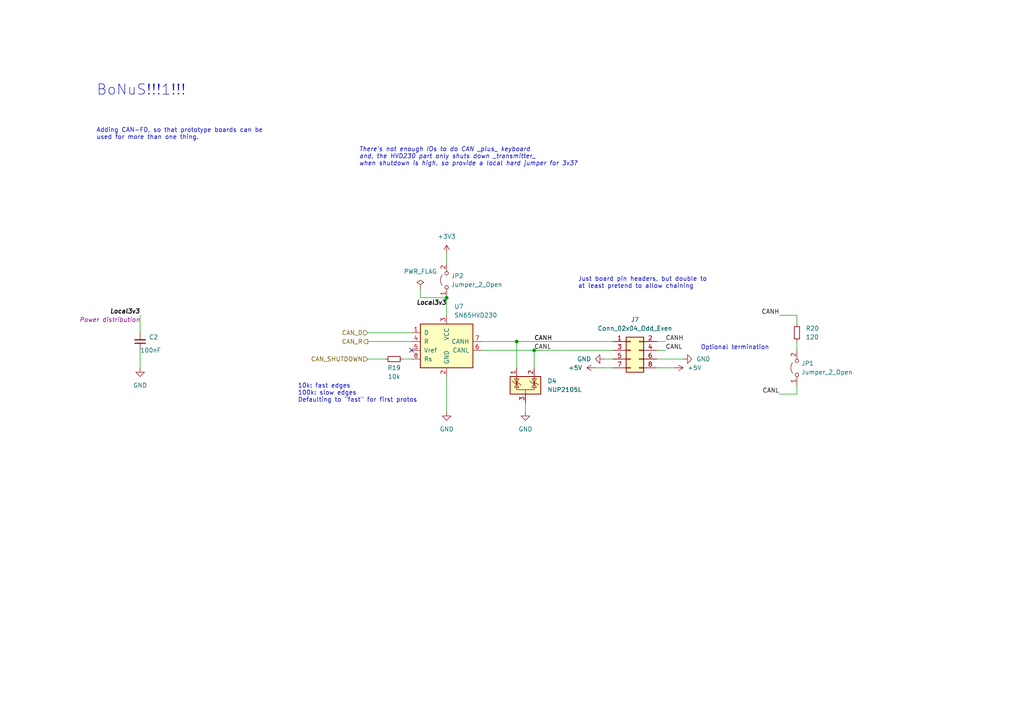
<source format=kicad_sch>
(kicad_sch (version 20230121) (generator eeschema)
  (paper "A4")
  (title_block (title "Das KB4-Bara2") (rev "r2023-12") (company "Ekta Labs") (comment 1 "http://github.com/karlp/das-kb4-bara2"))
  (lib_symbols
    (symbol "Connector_Generic:Conn_02x04_Odd_Even" (pin_names (offset 1.016) hide)
      (property "Reference" "J" (at 1.27 5.08 0))
      (property "Value" "Conn_02x04_Odd_Even" (at 1.27 -7.62 0))
      (symbol "Conn_02x04_Odd_Even_1_1"
        (rectangle (start -1.27 -4.953) (end 0 -5.207) (stroke (width 0.1524)))
        (rectangle (start -1.27 -2.413) (end 0 -2.667) (stroke (width 0.1524)))
        (rectangle (start -1.27 0.127) (end 0 -0.127) (stroke (width 0.1524)))
        (rectangle (start -1.27 2.667) (end 0 2.413) (stroke (width 0.1524)))
        (rectangle (start -1.27 3.81) (end 3.81 -6.35) (stroke (width 0.254)) (fill (type background)))
        (rectangle (start 3.81 -4.953) (end 2.54 -5.207) (stroke (width 0.1524)))
        (rectangle (start 3.81 -2.413) (end 2.54 -2.667) (stroke (width 0.1524)))
        (rectangle (start 3.81 0.127) (end 2.54 -0.127) (stroke (width 0.1524)))
        (rectangle (start 3.81 2.667) (end 2.54 2.413) (stroke (width 0.1524)))
        (pin passive line (at -5.08 2.54 0) (length 3.81) (name "Pin_1") (number "1"))
        (pin passive line (at 7.62 2.54 180) (length 3.81) (name "Pin_2") (number "2"))
        (pin passive line (at -5.08 0 0) (length 3.81) (name "Pin_3") (number "3"))
        (pin passive line (at 7.62 0 180) (length 3.81) (name "Pin_4") (number "4"))
        (pin passive line (at -5.08 -2.54 0) (length 3.81) (name "Pin_5") (number "5"))
        (pin passive line (at 7.62 -2.54 180) (length 3.81) (name "Pin_6") (number "6"))
        (pin passive line (at -5.08 -5.08 0) (length 3.81) (name "Pin_7") (number "7"))
        (pin passive line (at 7.62 -5.08 180) (length 3.81) (name "Pin_8") (number "8"))
      )
    )
    (symbol "Device:C_Small" (pin_numbers hide) (pin_names (offset 0.254) hide)
      (property "Reference" "C" (at 0.254 1.778 0))
      (property "Value" "C_Small" (at 0.254 -2.032 0))
      (symbol "C_Small_0_1"
        (polyline (pts (xy -1.524 -0.508) (xy 1.524 -0.508)) (stroke (width 0.3302)))
        (polyline (pts (xy -1.524 0.508) (xy 1.524 0.508)) (stroke (width 0.3048)))
      )
      (symbol "C_Small_1_1"
        (pin passive line (at 0 2.54 270) (length 2.032) (name "~") (number "1"))
        (pin passive line (at 0 -2.54 90) (length 2.032) (name "~") (number "2"))
      )
    )
    (symbol "Device:R_Small" (pin_numbers hide) (pin_names (offset 0.254) hide)
      (property "Reference" "R" (at 0.762 0.508 0))
      (property "Value" "R_Small" (at 0.762 -1.016 0))
      (symbol "R_Small_0_1"
        (rectangle (start -0.762 1.778) (end 0.762 -1.778) (stroke (width 0.2032)))
      )
      (symbol "R_Small_1_1"
        (pin passive line (at 0 2.54 270) (length 0.762) (name "~") (number "1"))
        (pin passive line (at 0 -2.54 90) (length 0.762) (name "~") (number "2"))
      )
    )
    (symbol "Interface_CAN_LIN:SN65HVD230" (pin_names (offset 1.016))
      (property "Reference" "U" (at -2.54 10.16 0))
      (property "Value" "SN65HVD230" (at -2.54 7.62 0))
      (symbol "SN65HVD230_0_1"
        (rectangle (start -7.62 5.08) (end 7.62 -7.62) (stroke (width 0.254)) (fill (type background)))
      )
      (symbol "SN65HVD230_1_1"
        (pin input line (at -10.16 2.54 0) (length 2.54) (name "D") (number "1"))
        (pin power_in line (at 0 -10.16 90) (length 2.54) (name "GND") (number "2"))
        (pin power_in line (at 0 7.62 270) (length 2.54) (name "VCC") (number "3"))
        (pin output line (at -10.16 0 0) (length 2.54) (name "R") (number "4"))
        (pin output line (at -10.16 -2.54 0) (length 2.54) (name "Vref") (number "5"))
        (pin bidirectional line (at 10.16 -2.54 180) (length 2.54) (name "CANL") (number "6"))
        (pin bidirectional line (at 10.16 0 180) (length 2.54) (name "CANH") (number "7"))
        (pin input line (at -10.16 -5.08 0) (length 2.54) (name "Rs") (number "8"))
      )
    )
    (symbol "Jumper:Jumper_2_Open" (pin_names (offset 0) hide)
      (property "Reference" "JP" (at 0 2.794 0))
      (property "Value" "Jumper_2_Open" (at 0 -2.286 0))
      (symbol "Jumper_2_Open_0_0"
        (circle (center -2.032 0) (radius 0.508))
        (circle (center 2.032 0) (radius 0.508))
      )
      (symbol "Jumper_2_Open_0_1"
        (arc (start 1.524 1.27) (mid 0 1.778) (end -1.524 1.27))
      )
      (symbol "Jumper_2_Open_1_1"
        (pin passive line (at -5.08 0 0) (length 2.54) (name "A") (number "1"))
        (pin passive line (at 5.08 0 180) (length 2.54) (name "B") (number "2"))
      )
    )
    (symbol "Power_Protection:NUP2105L" (pin_names hide)
      (property "Reference" "D" (at 5.715 2.54 0))
      (property "Value" "NUP2105L" (at 5.715 0.635 0))
      (symbol "NUP2105L_0_0"
        (pin passive line (at 0 -5.08 90) (length 2.54) (name "A") (number "3"))
      )
      (symbol "NUP2105L_0_1"
        (rectangle (start -4.445 2.54) (end 4.445 -2.54) (stroke (width 0.254)) (fill (type background)))
        (polyline (pts (xy -2.54 2.54) (xy -2.54 0.635)))
        (polyline (pts (xy 0 -1.27) (xy 0 -2.54)))
        (polyline (pts (xy 2.54 2.54) (xy 2.54 0.635)))
        (polyline (pts (xy -3.81 1.27) (xy -3.175 0.635) (xy -1.905 0.635) (xy -1.27 0)))
        (polyline (pts (xy -2.54 0.635) (xy -2.54 -1.27) (xy 2.54 -1.27) (xy 2.54 0.635)))
        (polyline (pts (xy -2.54 0.635) (xy -1.905 -0.635) (xy -3.175 -0.635) (xy -2.54 0.635)))
        (polyline (pts (xy 2.54 0.635) (xy 1.905 -0.635) (xy 3.175 -0.635) (xy 2.54 0.635)))
        (polyline (pts (xy 2.54 0.635) (xy 3.175 1.905) (xy 1.905 1.905) (xy 2.54 0.635)))
        (polyline (pts (xy -2.54 0.635) (xy -3.175 1.905) (xy -1.905 1.905) (xy -2.54 0.635) (xy -2.54 1.27)))
        (polyline (pts (xy 1.27 1.27) (xy 1.905 0.635) (xy 2.54 0.635) (xy 3.175 0.635) (xy 3.81 0)))
      )
      (symbol "NUP2105L_1_1"
        (pin passive line (at -2.54 5.08 270) (length 2.54) (name "K") (number "1"))
        (pin passive line (at 2.54 5.08 270) (length 2.54) (name "K") (number "2"))
      )
    )
    (symbol "power:+3V3" (power) (pin_names (offset 0))
      (property "Value" "+3V3" (at 0 3.556 0))
      (symbol "+3V3_0_1"
        (polyline (pts (xy -0.762 1.27) (xy 0 2.54)))
        (polyline (pts (xy 0 0) (xy 0 2.54)))
        (polyline (pts (xy 0 2.54) (xy 0.762 1.27)))
      )
      (symbol "+3V3_1_1"
        (pin power_in line (at 0 0 90) (length 0) hide (name "+3V3") (number "1"))
      )
    )
    (symbol "power:+5V" (power) (pin_names (offset 0))
      (property "Value" "+5V" (at 0 3.556 0))
      (symbol "+5V_0_1"
        (polyline (pts (xy -0.762 1.27) (xy 0 2.54)))
        (polyline (pts (xy 0 0) (xy 0 2.54)))
        (polyline (pts (xy 0 2.54) (xy 0.762 1.27)))
      )
      (symbol "+5V_1_1"
        (pin power_in line (at 0 0 90) (length 0) hide (name "+5V") (number "1"))
      )
    )
    (symbol "power:GND" (power) (pin_names (offset 0))
      (property "Value" "GND" (at 0 -3.81 0))
      (symbol "GND_0_1"
        (polyline (pts (xy 0 0) (xy 0 -1.27) (xy 1.27 -1.27) (xy 0 -2.54) (xy -1.27 -1.27) (xy 0 -1.27)))
      )
      (symbol "GND_1_1"
        (pin power_in line (at 0 0 270) (length 0) hide (name "GND") (number "1"))
      )
    )
    (symbol "power:PWR_FLAG" (power) (pin_numbers hide) (pin_names (offset 0) hide)
      (property "Value" "PWR_FLAG" (at 0 3.81 0))
      (symbol "PWR_FLAG_0_0"
        (pin power_out line (at 0 0 90) (length 0) (name "pwr") (number "1"))
      )
      (symbol "PWR_FLAG_0_1"
        (polyline (pts (xy 0 0) (xy 0 1.27) (xy -1.016 1.905) (xy 0 2.54) (xy 1.016 1.905) (xy 0 1.27)))
      )
    )
  )
  (junction (at 149.86 99.06))
  (junction (at 154.94 101.6))
  (junction (at 129.54 86.36))
  (no_connect (at 119.38 101.6))
  (wire (pts (xy 121.92 83.82) (xy 121.92 86.36)))
  (wire (pts (xy 152.4 119.38) (xy 152.4 116.84)))
  (wire (pts (xy 121.92 86.36) (xy 129.54 86.36)))
  (wire (pts (xy 40.64 91.44) (xy 40.64 96.52)))
  (wire (pts (xy 40.64 101.6) (xy 40.64 106.68)))
  (wire (pts (xy 129.54 86.36) (xy 129.54 91.44)))
  (wire (pts (xy 129.54 109.22) (xy 129.54 119.38)))
  (wire (pts (xy 226.06 114.3) (xy 231.14 114.3)))
  (wire (pts (xy 226.06 91.44) (xy 231.14 91.44)))
  (wire (pts (xy 231.14 91.44) (xy 231.14 93.98)))
  (wire (pts (xy 190.5 106.68) (xy 195.58 106.68)))
  (wire (pts (xy 149.86 99.06) (xy 149.86 106.68)))
  (wire (pts (xy 116.84 104.14) (xy 119.38 104.14)))
  (wire (pts (xy 139.7 99.06) (xy 149.86 99.06)))
  (wire (pts (xy 149.86 99.06) (xy 177.8 99.06)))
  (wire (pts (xy 154.94 101.6) (xy 154.94 106.68)))
  (wire (pts (xy 231.14 99.06) (xy 231.14 101.6)))
  (wire (pts (xy 190.5 99.06) (xy 193.04 99.06)))
  (wire (pts (xy 172.72 106.68) (xy 177.8 106.68)))
  (wire (pts (xy 139.7 101.6) (xy 154.94 101.6)))
  (wire (pts (xy 106.68 104.14) (xy 111.76 104.14)))
  (wire (pts (xy 129.54 73.66) (xy 129.54 76.2)))
  (wire (pts (xy 231.14 111.76) (xy 231.14 114.3)))
  (wire (pts (xy 190.5 101.6) (xy 193.04 101.6)))
  (wire (pts (xy 175.26 104.14) (xy 177.8 104.14)))
  (wire (pts (xy 190.5 104.14) (xy 198.12 104.14)))
  (wire (pts (xy 106.68 99.06) (xy 119.38 99.06)))
  (wire (pts (xy 154.94 101.6) (xy 177.8 101.6)))
  (wire (pts (xy 106.68 96.52) (xy 119.38 96.52)))
  (text "Just board pin headers, but double to\nat least pretend to allow chaining" (at 167.64 83.82 0) (effects (font (size 1.27 1.27)) (justify left bottom)))
  (text "BoNuS!!!1!!!" (at 27.94 27.94 0) (effects (font (size 3 3)) (justify left bottom)))
  (text "There's not enough IOs to do CAN _plus_ keyboard\nand, the HVD230 part only shuts down _transmitter_ \nwhen shutdown is high, so provide a local hard jumper for 3v3?" (at 104.14 48.26 0) (effects (font (size 1.27 1.27) italic) (justify left bottom)))
  (text "Optional termination" (at 203.2 101.6 0) (effects (font (size 1.27 1.27)) (justify left bottom)))
  (text "Adding CAN-FD, so that prototype boards can be\nused for more than one thing." (at 27.94 40.64 0) (effects (font (size 1.27 1.27)) (justify left bottom)))
  (text "10k: fast edges\n100k: slow edges\nDefaulting to \"fast\" for first protos" (at 86.36 116.84 0) (effects (font (size 1.27 1.27)) (justify left bottom)))
  (label "CANL" (at 226.06 114.3 180))
  (label "Local3v3" (at 40.64 91.44 180) (effects (font bold italic)) (property "Netclass" "Power distribution" (at 40.64 92.71 0) (effects (font italic) (justify right))))
  (label "CANH" (at 154.94 99.06 0))
  (label "CANH" (at 226.06 91.44 180))
  (label "CANL" (at 193.04 101.6 0))
  (label "Local3v3" (at 129.54 88.9 180) (effects (font bold italic)))
  (label "CANL" (at 154.94 101.6 0))
  (label "CANH" (at 193.04 99.06 0))
  (label "CANH" (at 154.94 99.06 0))
  (hierarchical_label "CAN_D" (shape input) (at 106.68 96.52 180))
  (hierarchical_label "CAN_R" (shape output) (at 106.68 99.06 180))
  (hierarchical_label "CAN_SHUTDOWN" (shape input) (at 106.68 104.14 180))
  (symbol (lib_id "Connector_Generic:Conn_02x04_Odd_Even") (at 182.88 101.6 0) (unit 1)
    (property "Reference" "J7" (at 184.15 92.71 0))
    (property "Value" "Conn_02x04_Odd_Even" (at 184.15 95.25 0))
    (property "Footprint" "Connector_PinHeader_2.54mm:PinHeader_2x04_P2.54mm_Vertical" (effects hide))
  )
  (symbol (lib_id "Power_Protection:NUP2105L") (at 152.4 111.76 0) (unit 1)
    (property "Reference" "D4" (at 158.75 110.49 0) (effects (justify left)))
    (property "Value" "NUP2105L" (at 158.75 113.03 0) (effects (justify left)))
    (property "Footprint" "Package_TO_SOT_SMD:SOT-23" (effects hide))
    (property "Datasheet" "http://www.onsemi.com/pub_link/Collateral/NUP2105L-D.PDF" (effects hide))
    (property "MPN" "NUP2105LT1G" (effects hide))
    (property "jlc-basic" "0" (effects hide))
    (property "lcsc#" "C5261087" (effects hide))
  )
  (symbol (lib_id "power:+3V3") (at 129.54 73.66 0) (unit 1)
    (property "Reference" "#PWR044" (effects hide))
    (property "Value" "+3V3" (at 129.54 68.58 0))
  )
  (symbol (lib_id "Device:R_Small") (at 114.3 104.14 90) (unit 1)
    (property "Reference" "R19" (at 114.3 106.68 90))
    (property "Value" "10k" (at 114.3 109.22 90))
    (property "Footprint" "Resistor_SMD:R_0603_1608Metric" (effects hide))
    (property "MPN" "0603WAF1002T5E" (effects hide))
    (property "jlc-basic" "1" (effects hide))
    (property "lcsc#" "C25804" (effects hide))
  )
  (symbol (lib_id "power:+5V") (at 172.72 106.68 90) (unit 1)
    (property "Reference" "#PWR053" (effects hide))
    (property "Value" "+5V" (at 168.91 106.68 90) (effects (justify left)))
  )
  (symbol (lib_id "power:PWR_FLAG") (at 121.92 83.82 0) (unit 1)
    (property "Reference" "#FLG04" (effects hide))
    (property "Value" "PWR_FLAG" (at 121.92 78.74 0))
  )
  (symbol (lib_id "Device:C_Small") (at 40.64 99.06 180) (unit 1)
    (property "Reference" "C2" (at 43.18 97.7836 0) (effects (justify right)))
    (property "Value" "100nF" (at 40.64 101.6 0) (effects (justify right)))
    (property "Footprint" "Capacitor_SMD:C_0603_1608Metric" (effects hide))
    (property "MPN" "CC0603KRX7R9BB104 " (effects hide))
    (property "lcsc#" "C14663" (effects hide))
    (property "jlc-basic" "1" (effects hide))
    (instances (project "r2022-12" (path "" (reference "C2") (unit 1))) (project "das-kb4-bara2" (path "" (reference "C15") (unit 1))))
  )
  (symbol (lib_id "Jumper:Jumper_2_Open") (at 129.54 81.28 90) (unit 1)
    (property "Reference" "JP2" (at 130.81 80.01 90) (effects (justify right)))
    (property "Value" "Jumper_2_Open" (at 130.81 82.55 90) (effects (justify right)))
    (property "Footprint" "Connector_PinHeader_2.54mm:PinHeader_1x02_P2.54mm_Vertical" (effects hide))
  )
  (symbol (lib_id "power:GND") (at 129.54 119.38 0) (unit 1)
    (property "Reference" "#PWR045" (effects hide))
    (property "Value" "GND" (at 129.54 124.46 0))
  )
  (symbol (lib_id "power:GND") (at 175.26 104.14 270) (unit 1)
    (property "Reference" "#PWR050" (effects hide))
    (property "Value" "GND" (at 171.45 104.14 90) (effects (justify right)))
  )
  (symbol (lib_id "power:GND") (at 40.64 106.68 0) (unit 1)
    (property "Reference" "#PWR048" (effects hide))
    (property "Value" "GND" (at 40.64 111.76 0))
  )
  (symbol (lib_id "Jumper:Jumper_2_Open") (at 231.14 106.68 90) (unit 1)
    (property "Reference" "JP1" (at 232.41 105.41 90) (effects (justify right)))
    (property "Value" "Jumper_2_Open" (at 232.41 107.95 90) (effects (justify right)))
    (property "Footprint" "Connector_PinHeader_2.54mm:PinHeader_1x02_P2.54mm_Vertical" (effects hide))
  )
  (symbol (lib_id "Interface_CAN_LIN:SN65HVD230") (at 129.54 99.06 0) (unit 1)
    (property "Reference" "U7" (at 131.7341 88.9 0) (effects (justify left)))
    (property "Value" "SN65HVD230" (at 131.7341 91.44 0) (effects (justify left)))
    (property "Footprint" "Package_SO:SOIC-8_3.9x4.9mm_P1.27mm" (effects hide))
    (property "Datasheet" "http://www.ti.com/lit/ds/symlink/sn65hvd230.pdf" (effects hide))
    (property "lcsc#" "C12084" (effects hide))
    (property "MPN" "SN65HVD230DR" (effects hide))
    (property "jlc-basic" "1" (effects hide))
  )
  (symbol (lib_id "power:GND") (at 152.4 119.38 0) (unit 1)
    (property "Reference" "#PWR049" (effects hide))
    (property "Value" "GND" (at 152.4 124.46 0))
  )
  (symbol (lib_id "power:GND") (at 198.12 104.14 90) (unit 1)
    (property "Reference" "#PWR047" (effects hide))
    (property "Value" "GND" (at 201.93 104.14 90) (effects (justify right)))
  )
  (symbol (lib_id "power:+5V") (at 195.58 106.68 270) (unit 1)
    (property "Reference" "#PWR054" (effects hide))
    (property "Value" "+5V" (at 199.39 106.68 90) (effects (justify left)))
  )
  (symbol (lib_id "Device:R_Small") (at 231.14 96.52 180) (unit 1)
    (property "Reference" "R20" (at 233.68 95.25 0) (effects (justify right)))
    (property "Value" "120" (at 233.68 97.79 0) (effects (justify right)))
    (property "Footprint" "Resistor_SMD:R_0603_1608Metric" (effects hide))
    (property "MPN" "0603WAF1200T5E" (effects hide))
    (property "jlc-basic" "1" (effects hide))
    (property "lcsc#" "C22787" (effects hide))
  )
)
</source>
